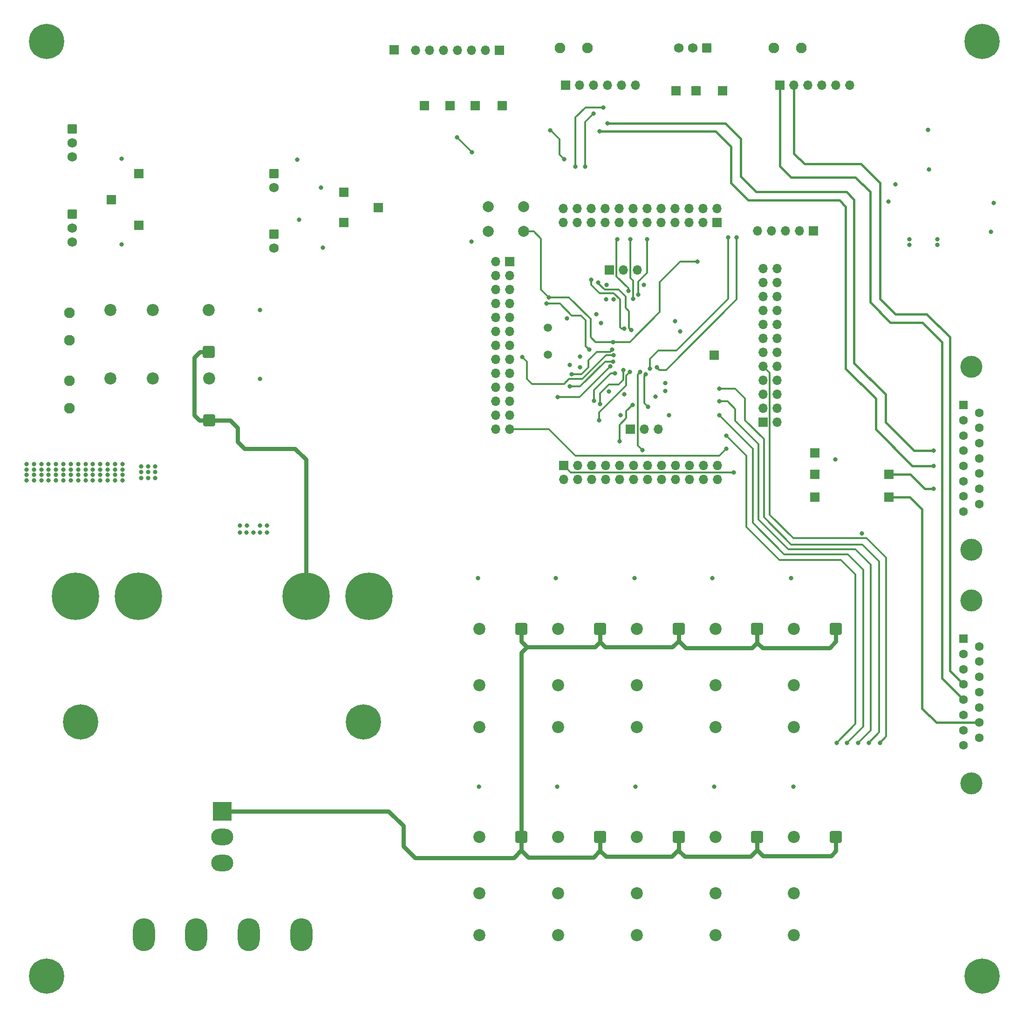
<source format=gbr>
%TF.GenerationSoftware,KiCad,Pcbnew,8.0.7*%
%TF.CreationDate,2025-04-17T15:34:12+07:00*%
%TF.ProjectId,Tractor VCU,54726163-746f-4722-9056-43552e6b6963,rev?*%
%TF.SameCoordinates,Original*%
%TF.FileFunction,Copper,L4,Bot*%
%TF.FilePolarity,Positive*%
%FSLAX46Y46*%
G04 Gerber Fmt 4.6, Leading zero omitted, Abs format (unit mm)*
G04 Created by KiCad (PCBNEW 8.0.7) date 2025-04-17 15:34:12*
%MOMM*%
%LPD*%
G01*
G04 APERTURE LIST*
G04 Aperture macros list*
%AMRoundRect*
0 Rectangle with rounded corners*
0 $1 Rounding radius*
0 $2 $3 $4 $5 $6 $7 $8 $9 X,Y pos of 4 corners*
0 Add a 4 corners polygon primitive as box body*
4,1,4,$2,$3,$4,$5,$6,$7,$8,$9,$2,$3,0*
0 Add four circle primitives for the rounded corners*
1,1,$1+$1,$2,$3*
1,1,$1+$1,$4,$5*
1,1,$1+$1,$6,$7*
1,1,$1+$1,$8,$9*
0 Add four rect primitives between the rounded corners*
20,1,$1+$1,$2,$3,$4,$5,0*
20,1,$1+$1,$4,$5,$6,$7,0*
20,1,$1+$1,$6,$7,$8,$9,0*
20,1,$1+$1,$8,$9,$2,$3,0*%
G04 Aperture macros list end*
%TA.AperFunction,ComponentPad*%
%ADD10RoundRect,0.341000X-0.759000X0.759000X-0.759000X-0.759000X0.759000X-0.759000X0.759000X0.759000X0*%
%TD*%
%TA.AperFunction,ComponentPad*%
%ADD11C,2.200000*%
%TD*%
%TA.AperFunction,ComponentPad*%
%ADD12R,1.700000X1.700000*%
%TD*%
%TA.AperFunction,ComponentPad*%
%ADD13C,0.800000*%
%TD*%
%TA.AperFunction,ComponentPad*%
%ADD14C,6.400000*%
%TD*%
%TA.AperFunction,ComponentPad*%
%ADD15C,1.950000*%
%TD*%
%TA.AperFunction,ComponentPad*%
%ADD16O,1.700000X1.700000*%
%TD*%
%TA.AperFunction,ComponentPad*%
%ADD17C,4.000000*%
%TD*%
%TA.AperFunction,ComponentPad*%
%ADD18R,1.600000X1.600000*%
%TD*%
%TA.AperFunction,ComponentPad*%
%ADD19C,1.600000*%
%TD*%
%TA.AperFunction,ComponentPad*%
%ADD20C,4.700000*%
%TD*%
%TA.AperFunction,ConnectorPad*%
%ADD21C,8.600000*%
%TD*%
%TA.AperFunction,ComponentPad*%
%ADD22RoundRect,0.341000X0.759000X0.759000X-0.759000X0.759000X-0.759000X-0.759000X0.759000X-0.759000X0*%
%TD*%
%TA.AperFunction,ComponentPad*%
%ADD23O,4.000000X6.000000*%
%TD*%
%TA.AperFunction,ComponentPad*%
%ADD24RoundRect,0.250000X-0.620000X0.620000X-0.620000X-0.620000X0.620000X-0.620000X0.620000X0.620000X0*%
%TD*%
%TA.AperFunction,ComponentPad*%
%ADD25C,1.740000*%
%TD*%
%TA.AperFunction,ComponentPad*%
%ADD26C,1.500000*%
%TD*%
%TA.AperFunction,ComponentPad*%
%ADD27C,2.000000*%
%TD*%
%TA.AperFunction,ComponentPad*%
%ADD28C,3.600000*%
%TD*%
%TA.AperFunction,ConnectorPad*%
%ADD29C,6.400000*%
%TD*%
%TA.AperFunction,ComponentPad*%
%ADD30RoundRect,0.250000X0.620000X0.620000X-0.620000X0.620000X-0.620000X-0.620000X0.620000X-0.620000X0*%
%TD*%
%TA.AperFunction,ComponentPad*%
%ADD31R,3.400000X3.400000*%
%TD*%
%TA.AperFunction,ComponentPad*%
%ADD32O,4.000000X3.000000*%
%TD*%
%TA.AperFunction,ViaPad*%
%ADD33C,0.800000*%
%TD*%
%TA.AperFunction,Conductor*%
%ADD34C,0.300000*%
%TD*%
%TA.AperFunction,Conductor*%
%ADD35C,0.800000*%
%TD*%
%TA.AperFunction,Conductor*%
%ADD36C,0.400000*%
%TD*%
G04 APERTURE END LIST*
D10*
%TO.P,K10,8*%
%TO.N,+12V*%
X255285000Y-208271574D03*
D11*
%TO.P,K10,9*%
%TO.N,Net-(D13-A)*%
X247685000Y-208271574D03*
%TO.P,K10,13*%
%TO.N,/DRIVER & CONNECTOR/DRIVER_PUMP5*%
X247685000Y-218471574D03*
%TO.P,K10,16*%
%TO.N,PUMP_DRIVER*%
X247685000Y-226171574D03*
%TD*%
D12*
%TO.P,TP12,1,1*%
%TO.N,/DRIVER & CONNECTOR/DAC2_OUT*%
X251460000Y-146431000D03*
%TD*%
D10*
%TO.P,K8,8*%
%TO.N,+12V*%
X226710000Y-208272000D03*
D11*
%TO.P,K8,9*%
%TO.N,Net-(D11-A)*%
X219110000Y-208272000D03*
%TO.P,K8,13*%
%TO.N,/DRIVER & CONNECTOR/DRIVER_PUMP3*%
X219110000Y-218472000D03*
%TO.P,K8,16*%
%TO.N,PUMP_DRIVER*%
X219110000Y-226172000D03*
%TD*%
D10*
%TO.P,K5,8*%
%TO.N,+12V*%
X255285000Y-170426000D03*
D11*
%TO.P,K5,9*%
%TO.N,Net-(D8-A)*%
X247685000Y-170426000D03*
%TO.P,K5,13*%
%TO.N,/DRIVER & CONNECTOR/DRIVER_MAIN5*%
X247685000Y-180626000D03*
%TO.P,K5,16*%
%TO.N,MAIN_DRIVER*%
X247685000Y-188326000D03*
%TD*%
D10*
%TO.P,K6,8*%
%TO.N,+12V*%
X198135000Y-208272000D03*
D11*
%TO.P,K6,9*%
%TO.N,Net-(D9-A)*%
X190535000Y-208272000D03*
%TO.P,K6,13*%
%TO.N,/DRIVER & CONNECTOR/DRIVER_PUMP1*%
X190535000Y-218472000D03*
%TO.P,K6,16*%
%TO.N,/POWER SUPPLY/72V*%
X190535000Y-226172000D03*
%TD*%
D13*
%TO.P,H6,1,1*%
%TO.N,unconnected-(H6-Pad1)_3*%
X109450000Y-233590000D03*
%TO.N,unconnected-(H6-Pad1)_2*%
X110152944Y-231892944D03*
%TO.N,unconnected-(H6-Pad1)_5*%
X110152944Y-235287056D03*
%TO.N,unconnected-(H6-Pad1)_7*%
X111850000Y-231190000D03*
D14*
%TO.N,unconnected-(H6-Pad1)_8*%
X111850000Y-233590000D03*
D13*
%TO.N,unconnected-(H6-Pad1)_4*%
X111850000Y-235990000D03*
%TO.N,unconnected-(H6-Pad1)_6*%
X113547056Y-231892944D03*
%TO.N,unconnected-(H6-Pad1)*%
X113547056Y-235287056D03*
%TO.N,unconnected-(H6-Pad1)_1*%
X114250000Y-233590000D03*
%TD*%
D12*
%TO.P,TP22,1,1*%
%TO.N,GND*%
X172106041Y-93787210D03*
%TD*%
D15*
%TO.P,J16,1,Pin_1*%
%TO.N,CAN2_N*%
X244007000Y-64766000D03*
%TO.P,J16,2,Pin_2*%
%TO.N,CAN2_P*%
X249007000Y-64766000D03*
%TD*%
D12*
%TO.P,TP14,1,1*%
%TO.N,PUMP_THROTTLE*%
X264922000Y-146431000D03*
%TD*%
D13*
%TO.P,H5,1,1*%
%TO.N,unconnected-(H5-Pad1)_5*%
X109450000Y-63590000D03*
%TO.N,unconnected-(H5-Pad1)_8*%
X110152944Y-61892944D03*
%TO.N,unconnected-(H5-Pad1)_1*%
X110152944Y-65287056D03*
%TO.N,unconnected-(H5-Pad1)*%
X111850000Y-61190000D03*
D14*
%TO.N,unconnected-(H5-Pad1)_2*%
X111850000Y-63590000D03*
D13*
%TO.N,unconnected-(H5-Pad1)_6*%
X111850000Y-65990000D03*
%TO.N,unconnected-(H5-Pad1)_3*%
X113547056Y-61892944D03*
%TO.N,unconnected-(H5-Pad1)_4*%
X113547056Y-65287056D03*
%TO.N,unconnected-(H5-Pad1)_7*%
X114250000Y-63590000D03*
%TD*%
D12*
%TO.P,TP8,1,1*%
%TO.N,/DRIVER & CONNECTOR/SPI1_MISO*%
X180467000Y-75242000D03*
%TD*%
%TO.P,J17,1,Pin_1*%
%TO.N,unconnected-(J17-Pin_1-Pad1)*%
X194163000Y-65151000D03*
D16*
%TO.P,J17,2,Pin_2*%
%TO.N,/DRIVER & CONNECTOR/SPI1_CS*%
X191623000Y-65151000D03*
%TO.P,J17,3,Pin_3*%
%TO.N,/DRIVER & CONNECTOR/SPI1_SCK*%
X189083000Y-65151000D03*
%TO.P,J17,4,Pin_4*%
%TO.N,/DRIVER & CONNECTOR/SPI1_MOSI*%
X186543000Y-65151000D03*
%TO.P,J17,5,Pin_5*%
%TO.N,/DRIVER & CONNECTOR/SPI1_MISO*%
X184003000Y-65151000D03*
%TO.P,J17,6,Pin_6*%
%TO.N,+5V*%
X181463000Y-65151000D03*
%TO.P,J17,7,Pin_7*%
%TO.N,GND*%
X178923000Y-65151000D03*
%TD*%
D17*
%TO.P,J9,0,PAD*%
%TO.N,GND*%
X279885000Y-156053000D03*
X279885000Y-122753000D03*
D18*
%TO.P,J9,1,1*%
%TO.N,MAIN_DGND*%
X278465000Y-129708000D03*
D19*
%TO.P,J9,2,2*%
%TO.N,unconnected-(J9-Pad2)*%
X278465000Y-132478000D03*
%TO.P,J9,3,3*%
%TO.N,/DRIVER & CONNECTOR/DRIVER_MAIN1*%
X278465000Y-135248000D03*
%TO.P,J9,4,4*%
%TO.N,CAN1_P*%
X278465000Y-138018000D03*
%TO.P,J9,5,5*%
%TO.N,CAN1_N*%
X278465000Y-140788000D03*
%TO.P,J9,6,6*%
%TO.N,/DRIVER & CONNECTOR/DRIVER_MAIN5*%
X278465000Y-143558000D03*
%TO.P,J9,7,7*%
%TO.N,unconnected-(J9-Pad7)*%
X278465000Y-146328000D03*
%TO.P,J9,8,8*%
%TO.N,MAIN_DRIVER*%
X278465000Y-149098000D03*
%TO.P,J9,9,P9*%
%TO.N,MAIN_DGND*%
X281305000Y-131093000D03*
%TO.P,J9,10,P10*%
%TO.N,MAIN_TGND*%
X281305000Y-133863000D03*
%TO.P,J9,11,P111*%
%TO.N,/DRIVER & CONNECTOR/DRIVER_MAIN2*%
X281305000Y-136633000D03*
%TO.P,J9,12,P12*%
%TO.N,/DRIVER & CONNECTOR/DRIVER_MAIN3*%
X281305000Y-139403000D03*
%TO.P,J9,13,P13*%
%TO.N,/DRIVER & CONNECTOR/DRIVER_MAIN4*%
X281305000Y-142173000D03*
%TO.P,J9,14,P14*%
%TO.N,MAIN_THROTTLE*%
X281305000Y-144943000D03*
%TO.P,J9,15,P15*%
%TO.N,MAIN_DRIVER*%
X281305000Y-147713000D03*
%TD*%
D12*
%TO.P,J6,1,Pin_1*%
%TO.N,PA15*%
X233680000Y-96520000D03*
D16*
%TO.P,J6,2,Pin_2*%
%TO.N,+3V3*%
X233680000Y-93980000D03*
%TO.P,J6,3,Pin_3*%
%TO.N,/DRIVER & CONNECTOR/USART3_TX*%
X231140000Y-96520000D03*
%TO.P,J6,4,Pin_4*%
%TO.N,+3V3*%
X231140000Y-93980000D03*
%TO.P,J6,5,Pin_5*%
%TO.N,/DRIVER & CONNECTOR/USART3_RX*%
X228600000Y-96520000D03*
%TO.P,J6,6,Pin_6*%
%TO.N,+3V3*%
X228600000Y-93980000D03*
%TO.P,J6,7,Pin_7*%
%TO.N,PC12*%
X226060000Y-96520000D03*
%TO.P,J6,8,Pin_8*%
%TO.N,+3V3*%
X226060000Y-93980000D03*
%TO.P,J6,9,Pin_9*%
%TO.N,PD2*%
X223520000Y-96520000D03*
%TO.P,J6,10,Pin_10*%
%TO.N,+3V3*%
X223520000Y-93980000D03*
%TO.P,J6,11,Pin_11*%
%TO.N,/DRIVER & CONNECTOR/SPI1_SCK*%
X220980000Y-96520000D03*
%TO.P,J6,12,Pin_12*%
%TO.N,+3V3*%
X220980000Y-93980000D03*
%TO.P,J6,13,Pin_13*%
%TO.N,/DRIVER & CONNECTOR/SPI1_MISO*%
X218440000Y-96520000D03*
%TO.P,J6,14,Pin_14*%
%TO.N,GND*%
X218440000Y-93980000D03*
%TO.P,J6,15,Pin_15*%
%TO.N,/DRIVER & CONNECTOR/SPI1_MOSI*%
X215900000Y-96520000D03*
%TO.P,J6,16,Pin_16*%
%TO.N,GND*%
X215900000Y-93980000D03*
%TO.P,J6,17,Pin_17*%
%TO.N,/DRIVER & CONNECTOR/SPI1_CS*%
X213360000Y-96520000D03*
%TO.P,J6,18,Pin_18*%
%TO.N,GND*%
X213360000Y-93980000D03*
%TO.P,J6,19,Pin_19*%
%TO.N,PB7*%
X210820000Y-96520000D03*
%TO.P,J6,20,Pin_20*%
%TO.N,GND*%
X210820000Y-93980000D03*
%TO.P,J6,21,Pin_21*%
%TO.N,/STM32/PB8*%
X208280000Y-96520000D03*
%TO.P,J6,22,Pin_22*%
%TO.N,GND*%
X208280000Y-93980000D03*
%TO.P,J6,23,Pin_23*%
%TO.N,/STM32/PB9*%
X205740000Y-96520000D03*
%TO.P,J6,24,Pin_24*%
%TO.N,GND*%
X205740000Y-93980000D03*
%TD*%
D10*
%TO.P,K4,8*%
%TO.N,+12V*%
X240997500Y-170426000D03*
D11*
%TO.P,K4,9*%
%TO.N,Net-(D7-A)*%
X233397500Y-170426000D03*
%TO.P,K4,13*%
%TO.N,/DRIVER & CONNECTOR/DRIVER_MAIN4*%
X233397500Y-180626000D03*
%TO.P,K4,16*%
%TO.N,MAIN_DRIVER*%
X233397500Y-188326000D03*
%TD*%
D12*
%TO.P,TP23,1,1*%
%TO.N,GND*%
X251460000Y-138430000D03*
%TD*%
%TO.P,TP5,1,1*%
%TO.N,/DRIVER & CONNECTOR/SPI1_CS*%
X194602442Y-75242000D03*
%TD*%
D20*
%TO.P,MP2,1,1*%
%TO.N,+12V*%
X158958000Y-164465000D03*
D21*
X158958000Y-164465000D03*
%TD*%
D15*
%TO.P,J15,1,Pin_1*%
%TO.N,CAN1_N*%
X205145000Y-64766000D03*
%TO.P,J15,2,Pin_2*%
%TO.N,CAN1_P*%
X210145000Y-64766000D03*
%TD*%
D12*
%TO.P,JP1,1,Pin_1*%
%TO.N,Net-(JP1-Pin_1)*%
X214122000Y-105156000D03*
D16*
%TO.P,JP1,2,Pin_2*%
%TO.N,/STM32/BOOT0*%
X216662000Y-105156000D03*
%TO.P,JP1,3,Pin_3*%
%TO.N,Net-(JP1-Pin_3)*%
X219202000Y-105156000D03*
%TD*%
D12*
%TO.P,TP13,1,1*%
%TO.N,MAIN_THROTTLE*%
X264922000Y-142279000D03*
%TD*%
D22*
%TO.P,K12,8*%
%TO.N,+12V*%
X141359000Y-132476000D03*
D11*
%TO.P,K12,9*%
%TO.N,Net-(D15-A)*%
X141359000Y-124876000D03*
%TO.P,K12,13*%
%TO.N,/RELAY/NO_EX2*%
X131159000Y-124876000D03*
%TO.P,K12,16*%
%TO.N,/RELAY/COM_EX2*%
X123459000Y-124876000D03*
%TD*%
D23*
%TO.P,J21,1,Pin_1*%
%TO.N,Net-(J21-Pin_1)*%
X129512000Y-226060000D03*
%TO.P,J21,2,Pin_2*%
%TO.N,GND*%
X139042000Y-226060000D03*
%TO.P,J21,3,Pin_3*%
X148582000Y-226060000D03*
%TO.P,J21,4,Pin_4*%
%TO.N,Net-(J21-Pin_4)*%
X158112000Y-226060000D03*
%TD*%
D24*
%TO.P,J19,1,Pin_1*%
%TO.N,+5V*%
X116459000Y-79478498D03*
D25*
%TO.P,J19,2,Pin_2*%
%TO.N,Net-(J19-Pin_2)*%
X116459000Y-82018498D03*
%TO.P,J19,3,Pin_3*%
%TO.N,GND*%
X116459000Y-84558498D03*
%TD*%
D24*
%TO.P,J12,1,Pin_1*%
%TO.N,/DRIVER & CONNECTOR/BRAKE2_SWITCH*%
X153150000Y-98630002D03*
D25*
%TO.P,J12,2,Pin_2*%
%TO.N,GND*%
X153150000Y-101170002D03*
%TD*%
D12*
%TO.P,TP6,1,1*%
%TO.N,/DRIVER & CONNECTOR/SPI1_SCK*%
X189763628Y-75242000D03*
%TD*%
D10*
%TO.P,K3,8*%
%TO.N,+12V*%
X226710000Y-170426000D03*
D11*
%TO.P,K3,9*%
%TO.N,Net-(D6-A)*%
X219110000Y-170426000D03*
%TO.P,K3,13*%
%TO.N,/DRIVER & CONNECTOR/DRIVER_MAIN3*%
X219110000Y-180626000D03*
%TO.P,K3,16*%
%TO.N,MAIN_DRIVER*%
X219110000Y-188326000D03*
%TD*%
D24*
%TO.P,J11,1,Pin_1*%
%TO.N,/DRIVER & CONNECTOR/BRAKE1_SWITCH*%
X153150000Y-87630000D03*
D25*
%TO.P,J11,2,Pin_2*%
%TO.N,GND*%
X153150000Y-90170000D03*
%TD*%
D10*
%TO.P,K2,8*%
%TO.N,+12V*%
X212422500Y-170426000D03*
D11*
%TO.P,K2,9*%
%TO.N,Net-(D5-A)*%
X204822500Y-170426000D03*
%TO.P,K2,13*%
%TO.N,/DRIVER & CONNECTOR/DRIVER_MAIN2*%
X204822500Y-180626000D03*
%TO.P,K2,16*%
%TO.N,MAIN_DRIVER*%
X204822500Y-188326000D03*
%TD*%
D26*
%TO.P,Y1,1,1*%
%TO.N,Net-(U2-PH1)*%
X202946000Y-120560000D03*
%TO.P,Y1,2,2*%
%TO.N,Net-(U2-PH0)*%
X202946000Y-115680000D03*
%TD*%
D12*
%TO.P,TP10,1,1*%
%TO.N,/DRIVER & CONNECTOR/USART3_RX*%
X226187000Y-72547000D03*
%TD*%
D27*
%TO.P,SW1,1,A*%
%TO.N,GND*%
X192076000Y-93635000D03*
X198576000Y-93635000D03*
%TO.P,SW1,2,B*%
%TO.N,NRST*%
X192076000Y-98135000D03*
X198576000Y-98135000D03*
%TD*%
D28*
%TO.P,H1,1,1*%
%TO.N,GND*%
X118017999Y-187325000D03*
D29*
X118017999Y-187325000D03*
%TD*%
D12*
%TO.P,TP9,1,1*%
%TO.N,/DRIVER & CONNECTOR/USART3_TX*%
X229870000Y-72547000D03*
%TD*%
%TO.P,J3,1,Pin_1*%
%TO.N,PC13*%
X195961000Y-103647000D03*
D16*
%TO.P,J3,2,Pin_2*%
%TO.N,+3V3*%
X193421000Y-103647000D03*
%TO.P,J3,3,Pin_3*%
%TO.N,PC14*%
X195961000Y-106187000D03*
%TO.P,J3,4,Pin_4*%
%TO.N,+3V3*%
X193421000Y-106187000D03*
%TO.P,J3,5,Pin_5*%
%TO.N,PC15*%
X195961000Y-108727000D03*
%TO.P,J3,6,Pin_6*%
%TO.N,+3V3*%
X193421000Y-108727000D03*
%TO.P,J3,7,Pin_7*%
%TO.N,NRST*%
X195961000Y-111267000D03*
%TO.P,J3,8,Pin_8*%
%TO.N,+3V3*%
X193421000Y-111267000D03*
%TO.P,J3,9,Pin_9*%
%TO.N,/DRIVER & CONNECTOR/BRAKE1_IN*%
X195961000Y-113807000D03*
%TO.P,J3,10,Pin_10*%
%TO.N,+3V3*%
X193421000Y-113807000D03*
%TO.P,J3,11,Pin_11*%
%TO.N,/DRIVER & CONNECTOR/BRAKE2_IN*%
X195961000Y-116347000D03*
%TO.P,J3,12,Pin_12*%
%TO.N,+3V3*%
X193421000Y-116347000D03*
%TO.P,J3,13,Pin_13*%
%TO.N,/DRIVER & CONNECTOR/ADC1_IN12*%
X195961000Y-118887000D03*
%TO.P,J3,14,Pin_14*%
%TO.N,GND*%
X193421000Y-118887000D03*
%TO.P,J3,15,Pin_15*%
%TO.N,/DRIVER & CONNECTOR/ADC1_IN13*%
X195961000Y-121427000D03*
%TO.P,J3,16,Pin_16*%
%TO.N,GND*%
X193421000Y-121427000D03*
%TO.P,J3,17,Pin_17*%
%TO.N,PA0*%
X195961000Y-123967000D03*
%TO.P,J3,18,Pin_18*%
%TO.N,GND*%
X193421000Y-123967000D03*
%TO.P,J3,19,Pin_19*%
%TO.N,/STM32/PA1*%
X195961000Y-126507000D03*
%TO.P,J3,20,Pin_20*%
%TO.N,GND*%
X193421000Y-126507000D03*
%TO.P,J3,21,Pin_21*%
%TO.N,/STM32/PA2*%
X195961000Y-129047000D03*
%TO.P,J3,22,Pin_22*%
%TO.N,GND*%
X193421000Y-129047000D03*
%TO.P,J3,23,Pin_23*%
%TO.N,PA3*%
X195961000Y-131587000D03*
%TO.P,J3,24,Pin_24*%
%TO.N,GND*%
X193421000Y-131587000D03*
%TO.P,J3,25,Pin_25*%
%TO.N,/DRIVER & CONNECTOR/DAC1_OUT*%
X195961000Y-134127000D03*
%TO.P,J3,26,Pin_26*%
%TO.N,GND*%
X193421000Y-134127000D03*
%TD*%
D20*
%TO.P,MP3,1,1*%
%TO.N,5_BUCK*%
X128478000Y-164465000D03*
D21*
X128478000Y-164465000D03*
%TD*%
D24*
%TO.P,J20,1,Pin_1*%
%TO.N,+5V*%
X116459000Y-94996000D03*
D25*
%TO.P,J20,2,Pin_2*%
%TO.N,Net-(J20-Pin_2)*%
X116459000Y-97536000D03*
%TO.P,J20,3,Pin_3*%
%TO.N,GND*%
X116459000Y-100076000D03*
%TD*%
D12*
%TO.P,TP16,1,1*%
%TO.N,/DRIVER & CONNECTOR/ADC1_IN13*%
X128631599Y-97051499D03*
%TD*%
%TO.P,J2,1,Pin_1*%
%TO.N,+3V3*%
X251205999Y-98044000D03*
D16*
%TO.P,J2,2,Pin_2*%
%TO.N,PA13*%
X248665999Y-98044000D03*
%TO.P,J2,3,Pin_3*%
%TO.N,PA14*%
X246125999Y-98044000D03*
%TO.P,J2,4,Pin_4*%
%TO.N,NRST*%
X243585999Y-98044000D03*
%TO.P,J2,5,Pin_5*%
%TO.N,GND*%
X241045999Y-98044000D03*
%TD*%
D20*
%TO.P,MP4,1,1*%
%TO.N,GND*%
X117048000Y-164465000D03*
D21*
X117048000Y-164465000D03*
%TD*%
D12*
%TO.P,J14,1,Pin_1*%
%TO.N,CAN2_N*%
X245105000Y-71553500D03*
D16*
%TO.P,J14,2,Pin_2*%
%TO.N,CAN2_P*%
X247645000Y-71553500D03*
%TO.P,J14,3,Pin_3*%
%TO.N,/STM32/PB12*%
X250185000Y-71553500D03*
%TO.P,J14,4,Pin_4*%
%TO.N,/STM32/PB13*%
X252725000Y-71553500D03*
%TO.P,J14,5,Pin_5*%
%TO.N,GND*%
X255265000Y-71553500D03*
%TO.P,J14,6,Pin_6*%
%TO.N,+5V*%
X257805000Y-71553500D03*
%TD*%
D12*
%TO.P,TP15,1,1*%
%TO.N,/DRIVER & CONNECTOR/ADC1_IN12*%
X128631599Y-87573006D03*
%TD*%
D20*
%TO.P,MP1,1,1*%
%TO.N,GND*%
X170388000Y-164464998D03*
D21*
X170388000Y-164464998D03*
%TD*%
D12*
%TO.P,TP18,1,1*%
%TO.N,/DRIVER & CONNECTOR/BRAKE2_IN*%
X165850000Y-96520001D03*
%TD*%
D22*
%TO.P,K11,8*%
%TO.N,+12V*%
X141338000Y-120030000D03*
D11*
%TO.P,K11,9*%
%TO.N,Net-(D14-A)*%
X141338000Y-112430000D03*
%TO.P,K11,13*%
%TO.N,/RELAY/NO_EX1*%
X131138000Y-112430000D03*
%TO.P,K11,16*%
%TO.N,/RELAY/COM_EX1*%
X123438000Y-112430000D03*
%TD*%
D30*
%TO.P,J18,1,Pin_1*%
%TO.N,GND*%
X231775000Y-64770000D03*
D25*
%TO.P,J18,2,Pin_2*%
%TO.N,/DRIVER & CONNECTOR/USART3_TX*%
X229235000Y-64770000D03*
%TO.P,J18,3,Pin_3*%
%TO.N,/DRIVER & CONNECTOR/USART3_RX*%
X226695000Y-64770000D03*
%TD*%
D17*
%TO.P,J10,0,PAD*%
%TO.N,GND*%
X279900331Y-198567000D03*
X279900331Y-165267000D03*
D18*
%TO.P,J10,1,1*%
%TO.N,PUMP_DGND*%
X278480331Y-172222000D03*
D19*
%TO.P,J10,2,2*%
%TO.N,unconnected-(J10-Pad2)*%
X278480331Y-174992000D03*
%TO.P,J10,3,3*%
%TO.N,/DRIVER & CONNECTOR/DRIVER_PUMP1*%
X278480331Y-177762000D03*
%TO.P,J10,4,4*%
%TO.N,CAN2_P*%
X278480331Y-180532000D03*
%TO.P,J10,5,5*%
%TO.N,CAN2_N*%
X278480331Y-183302000D03*
%TO.P,J10,6,6*%
%TO.N,/DRIVER & CONNECTOR/DRIVER_PUMP5*%
X278480331Y-186072000D03*
%TO.P,J10,7,7*%
%TO.N,unconnected-(J10-Pad7)*%
X278480331Y-188842000D03*
%TO.P,J10,8,8*%
%TO.N,PUMP_DRIVER*%
X278480331Y-191612000D03*
%TO.P,J10,9,P9*%
%TO.N,PUMP_DGND*%
X281320331Y-173607000D03*
%TO.P,J10,10,P10*%
%TO.N,PUMP_TGND*%
X281320331Y-176377000D03*
%TO.P,J10,11,P111*%
%TO.N,/DRIVER & CONNECTOR/DRIVER_PUMP2*%
X281320331Y-179147000D03*
%TO.P,J10,12,P12*%
%TO.N,/DRIVER & CONNECTOR/DRIVER_PUMP3*%
X281320331Y-181917000D03*
%TO.P,J10,13,P13*%
%TO.N,/DRIVER & CONNECTOR/DRIVER_PUMP4*%
X281320331Y-184687000D03*
%TO.P,J10,14,P14*%
%TO.N,PUMP_THROTTLE*%
X281320331Y-187457000D03*
%TO.P,J10,15,P15*%
%TO.N,PUMP_DRIVER*%
X281320331Y-190227000D03*
%TD*%
D10*
%TO.P,K1,8*%
%TO.N,+12V*%
X198135000Y-170426000D03*
D11*
%TO.P,K1,9*%
%TO.N,Net-(D4-A)*%
X190535000Y-170426000D03*
%TO.P,K1,13*%
%TO.N,/DRIVER & CONNECTOR/DRIVER_MAIN1*%
X190535000Y-180626000D03*
%TO.P,K1,16*%
%TO.N,/POWER SUPPLY/72V*%
X190535000Y-188326000D03*
%TD*%
D28*
%TO.P,H2,1,1*%
%TO.N,GND*%
X169418000Y-187325000D03*
D29*
X169418000Y-187325000D03*
%TD*%
D13*
%TO.P,H3,1,1*%
%TO.N,unconnected-(H3-Pad1)_2*%
X279450000Y-233590000D03*
%TO.N,unconnected-(H3-Pad1)*%
X280152944Y-231892944D03*
%TO.N,unconnected-(H3-Pad1)_7*%
X280152944Y-235287056D03*
%TO.N,unconnected-(H3-Pad1)_6*%
X281850000Y-231190000D03*
D14*
%TO.N,unconnected-(H3-Pad1)_8*%
X281850000Y-233590000D03*
D13*
%TO.N,unconnected-(H3-Pad1)_1*%
X281850000Y-235990000D03*
%TO.N,unconnected-(H3-Pad1)_4*%
X283547056Y-231892944D03*
%TO.N,unconnected-(H3-Pad1)_3*%
X283547056Y-235287056D03*
%TO.N,unconnected-(H3-Pad1)_5*%
X284250000Y-233590000D03*
%TD*%
D12*
%TO.P,TP7,1,1*%
%TO.N,/DRIVER & CONNECTOR/SPI1_MOSI*%
X185166000Y-75242000D03*
%TD*%
%TO.P,TP17,1,1*%
%TO.N,/DRIVER & CONNECTOR/BRAKE1_IN*%
X165850000Y-91010003D03*
%TD*%
D10*
%TO.P,K9,8*%
%TO.N,+12V*%
X240997500Y-208272000D03*
D11*
%TO.P,K9,9*%
%TO.N,Net-(D12-A)*%
X233397500Y-208272000D03*
%TO.P,K9,13*%
%TO.N,/DRIVER & CONNECTOR/DRIVER_PUMP4*%
X233397500Y-218472000D03*
%TO.P,K9,16*%
%TO.N,PUMP_DRIVER*%
X233397500Y-226172000D03*
%TD*%
D12*
%TO.P,TP20,1,1*%
%TO.N,GND*%
X175006000Y-65126000D03*
%TD*%
%TO.P,J13,1,Pin_1*%
%TO.N,CAN1_N*%
X206121000Y-71553500D03*
D16*
%TO.P,J13,2,Pin_2*%
%TO.N,CAN1_P*%
X208661000Y-71553500D03*
%TO.P,J13,3,Pin_3*%
%TO.N,/STM32/PB8*%
X211201000Y-71553500D03*
%TO.P,J13,4,Pin_4*%
%TO.N,/STM32/PB9*%
X213741000Y-71553500D03*
%TO.P,J13,5,Pin_5*%
%TO.N,GND*%
X216281000Y-71553500D03*
%TO.P,J13,6,Pin_6*%
%TO.N,+5V*%
X218821000Y-71553500D03*
%TD*%
D12*
%TO.P,JP2,1,Pin_1*%
%TO.N,Net-(JP2-Pin_1)*%
X217909500Y-134112000D03*
D16*
%TO.P,JP2,2,Pin_2*%
%TO.N,PB2*%
X220449500Y-134112000D03*
%TO.P,JP2,3,Pin_3*%
%TO.N,Net-(JP2-Pin_3)*%
X222989500Y-134112000D03*
%TD*%
D31*
%TO.P,SW2,1,A*%
%TO.N,+12V*%
X143764000Y-203580000D03*
D32*
%TO.P,SW2,2,B*%
%TO.N,Net-(SW2-B)*%
X143764000Y-208280000D03*
%TO.P,SW2,3,C*%
%TO.N,unconnected-(SW2-C-Pad3)*%
X143764000Y-212980000D03*
%TD*%
D15*
%TO.P,J7,1,Pin_1*%
%TO.N,/RELAY/NO_EX1*%
X115951000Y-117903000D03*
%TO.P,J7,2,Pin_2*%
%TO.N,/RELAY/COM_EX1*%
X115951000Y-112903000D03*
%TD*%
D13*
%TO.P,H4,1,1*%
%TO.N,unconnected-(H4-Pad1)_8*%
X279450000Y-63590000D03*
%TO.N,unconnected-(H4-Pad1)_6*%
X280152944Y-61892944D03*
%TO.N,unconnected-(H4-Pad1)*%
X280152944Y-65287056D03*
%TO.N,unconnected-(H4-Pad1)_4*%
X281850000Y-61190000D03*
D14*
%TO.N,unconnected-(H4-Pad1)_3*%
X281850000Y-63590000D03*
D13*
%TO.N,unconnected-(H4-Pad1)_1*%
X281850000Y-65990000D03*
%TO.N,unconnected-(H4-Pad1)_7*%
X283547056Y-61892944D03*
%TO.N,unconnected-(H4-Pad1)_5*%
X283547056Y-65287056D03*
%TO.N,unconnected-(H4-Pad1)_2*%
X284250000Y-63590000D03*
%TD*%
D10*
%TO.P,K7,8*%
%TO.N,+12V*%
X212422500Y-208272000D03*
D11*
%TO.P,K7,9*%
%TO.N,Net-(D10-A)*%
X204822500Y-208272000D03*
%TO.P,K7,13*%
%TO.N,/DRIVER & CONNECTOR/DRIVER_PUMP2*%
X204822500Y-218472000D03*
%TO.P,K7,16*%
%TO.N,PUMP_DRIVER*%
X204822500Y-226172000D03*
%TD*%
D15*
%TO.P,J8,1,Pin_1*%
%TO.N,/RELAY/NO_EX2*%
X115951000Y-130266500D03*
%TO.P,J8,2,Pin_2*%
%TO.N,/RELAY/COM_EX2*%
X115951000Y-125266500D03*
%TD*%
D12*
%TO.P,TP21,1,1*%
%TO.N,GND*%
X234696000Y-72547000D03*
%TD*%
%TO.P,J4,1,Pin_1*%
%TO.N,/DRIVER & CONNECTOR/DAC2_OUT*%
X205780000Y-140716000D03*
D16*
%TO.P,J4,2,Pin_2*%
%TO.N,+5V*%
X205780000Y-143256000D03*
%TO.P,J4,3,Pin_3*%
%TO.N,PA6*%
X208320000Y-140716000D03*
%TO.P,J4,4,Pin_4*%
%TO.N,+5V*%
X208320000Y-143256000D03*
%TO.P,J4,5,Pin_5*%
%TO.N,/STM32/PA7*%
X210860000Y-140716000D03*
%TO.P,J4,6,Pin_6*%
%TO.N,+5V*%
X210860000Y-143256000D03*
%TO.P,J4,7,Pin_7*%
%TO.N,/STM32/PC4*%
X213400000Y-140716000D03*
%TO.P,J4,8,Pin_8*%
%TO.N,+5V*%
X213400000Y-143256000D03*
%TO.P,J4,9,Pin_9*%
%TO.N,/STM32/PC5*%
X215940000Y-140716000D03*
%TO.P,J4,10,Pin_10*%
%TO.N,+5V*%
X215940000Y-143256000D03*
%TO.P,J4,11,Pin_11*%
%TO.N,/STM32/PB0*%
X218480000Y-140716000D03*
%TO.P,J4,12,Pin_12*%
%TO.N,+5V*%
X218480000Y-143256000D03*
%TO.P,J4,13,Pin_13*%
%TO.N,/STM32/PB1*%
X221020000Y-140716000D03*
%TO.P,J4,14,Pin_14*%
%TO.N,GND*%
X221020000Y-143256000D03*
%TO.P,J4,15,Pin_15*%
%TO.N,PB2*%
X223560000Y-140716000D03*
%TO.P,J4,16,Pin_16*%
%TO.N,GND*%
X223560000Y-143256000D03*
%TO.P,J4,17,Pin_17*%
%TO.N,PB10*%
X226100000Y-140716000D03*
%TO.P,J4,18,Pin_18*%
%TO.N,GND*%
X226100000Y-143256000D03*
%TO.P,J4,19,Pin_19*%
%TO.N,/STM32/PB12*%
X228640000Y-140716000D03*
%TO.P,J4,20,Pin_20*%
%TO.N,GND*%
X228640000Y-143256000D03*
%TO.P,J4,21,Pin_21*%
%TO.N,/STM32/PB13*%
X231180000Y-140716000D03*
%TO.P,J4,22,Pin_22*%
%TO.N,GND*%
X231180000Y-143256000D03*
%TO.P,J4,23,Pin_23*%
%TO.N,PB14*%
X233720000Y-140716000D03*
%TO.P,J4,24,Pin_24*%
%TO.N,GND*%
X233720000Y-143256000D03*
%TD*%
D12*
%TO.P,TP11,1,1*%
%TO.N,/DRIVER & CONNECTOR/DAC1_OUT*%
X251460000Y-142279000D03*
%TD*%
%TO.P,TP19,1,1*%
%TO.N,GND*%
X123571000Y-92329000D03*
%TD*%
%TO.P,TP4,1,1*%
%TO.N,PA8*%
X233172000Y-120650000D03*
%TD*%
%TO.P,J5,1,Pin_1*%
%TO.N,/STM32/PB15*%
X242042000Y-132822000D03*
D16*
%TO.P,J5,2,Pin_2*%
%TO.N,+5V*%
X244582000Y-132822000D03*
%TO.P,J5,3,Pin_3*%
%TO.N,/STM32/PC6*%
X242042000Y-130282000D03*
%TO.P,J5,4,Pin_4*%
%TO.N,+5V*%
X244582000Y-130282000D03*
%TO.P,J5,5,Pin_5*%
%TO.N,/STM32/PC7*%
X242042000Y-127742000D03*
%TO.P,J5,6,Pin_6*%
%TO.N,+5V*%
X244582000Y-127742000D03*
%TO.P,J5,7,Pin_7*%
%TO.N,/STM32/PC8*%
X242042000Y-125202000D03*
%TO.P,J5,8,Pin_8*%
%TO.N,+5V*%
X244582000Y-125202000D03*
%TO.P,J5,9,Pin_9*%
%TO.N,/STM32/PC9*%
X242042000Y-122662000D03*
%TO.P,J5,10,Pin_10*%
%TO.N,+5V*%
X244582000Y-122662000D03*
%TO.P,J5,11,Pin_11*%
%TO.N,PA8*%
X242042000Y-120122000D03*
%TO.P,J5,12,Pin_12*%
%TO.N,+5V*%
X244582000Y-120122000D03*
%TO.P,J5,13,Pin_13*%
%TO.N,PA9*%
X242042000Y-117582000D03*
%TO.P,J5,14,Pin_14*%
%TO.N,GND*%
X244582000Y-117582000D03*
%TO.P,J5,15,Pin_15*%
%TO.N,PA10*%
X242042000Y-115042000D03*
%TO.P,J5,16,Pin_16*%
%TO.N,GND*%
X244582000Y-115042000D03*
%TO.P,J5,17,Pin_17*%
%TO.N,USB_D_N*%
X242042000Y-112502000D03*
%TO.P,J5,18,Pin_18*%
%TO.N,GND*%
X244582000Y-112502000D03*
%TO.P,J5,19,Pin_19*%
%TO.N,USB_D_P*%
X242042000Y-109962000D03*
%TO.P,J5,20,Pin_20*%
%TO.N,GND*%
X244582000Y-109962000D03*
%TO.P,J5,21,Pin_21*%
%TO.N,PA13*%
X242042000Y-107422000D03*
%TO.P,J5,22,Pin_22*%
%TO.N,GND*%
X244582000Y-107422000D03*
%TO.P,J5,23,Pin_23*%
%TO.N,PA14*%
X242042000Y-104882000D03*
%TO.P,J5,24,Pin_24*%
%TO.N,GND*%
X244582000Y-104882000D03*
%TD*%
D33*
%TO.N,GND*%
X109542384Y-142409332D03*
X117572688Y-141435666D03*
X114895920Y-143383000D03*
X108204000Y-142409332D03*
X114895920Y-141435666D03*
X113557536Y-143383000D03*
X124264608Y-142409332D03*
X108204000Y-140462000D03*
X110880768Y-140462000D03*
X264795000Y-92710000D03*
X109542384Y-140462000D03*
X211709000Y-113157000D03*
X113557536Y-141435666D03*
X116234304Y-142409332D03*
X224313980Y-127141312D03*
X120249456Y-141435666D03*
X110880768Y-142409332D03*
X109542384Y-141435666D03*
X122926224Y-141435666D03*
X124264608Y-143383000D03*
X247142000Y-161163000D03*
X108204000Y-143383000D03*
X204597000Y-199136000D03*
X116234304Y-141435666D03*
X190373000Y-199136000D03*
X120249456Y-143383000D03*
X218821000Y-199136000D03*
X233172000Y-199136000D03*
X208788000Y-120904000D03*
X204343000Y-161163000D03*
X232791000Y-161163000D03*
X125603000Y-141435666D03*
X116234304Y-143383000D03*
X108204000Y-141435666D03*
X117572688Y-142409332D03*
X120249456Y-140462000D03*
X110880768Y-143383000D03*
X255143000Y-139573000D03*
X206375000Y-113919000D03*
X114895920Y-142409332D03*
X117572688Y-140462000D03*
X118911072Y-140462000D03*
X112219152Y-143383000D03*
X113557536Y-142409332D03*
X190246000Y-161163000D03*
X122926224Y-142409332D03*
X259969000Y-153035000D03*
X118911072Y-143383000D03*
X125603000Y-142409332D03*
X272034000Y-79629000D03*
X220345000Y-107823000D03*
X272161000Y-86868000D03*
X118911072Y-142409332D03*
X122926224Y-143383000D03*
X117572688Y-143383000D03*
X161671000Y-90170000D03*
X121587840Y-143383000D03*
X121587840Y-142409332D03*
X114895920Y-140462000D03*
X222504000Y-128143000D03*
X150622000Y-112395000D03*
X150622000Y-124968000D03*
X125603000Y-143383000D03*
X124264608Y-141435666D03*
X118911072Y-141435666D03*
X120249456Y-142409332D03*
X283464000Y-98171000D03*
X206883000Y-122428000D03*
X273685000Y-99568000D03*
X122926224Y-140462000D03*
X121587840Y-141435666D03*
X226949000Y-116332000D03*
X113557536Y-140462000D03*
X116234304Y-140462000D03*
X112219152Y-140462000D03*
X218694000Y-161163000D03*
X224917000Y-131572000D03*
X112219152Y-142409332D03*
X125603000Y-140462000D03*
X125476000Y-100456999D03*
X283972000Y-92964000D03*
X109542384Y-143383000D03*
X247523000Y-199136000D03*
X268605000Y-99568000D03*
X268605000Y-100584000D03*
X124264608Y-140462000D03*
X162052000Y-101092000D03*
X214884000Y-110490000D03*
X121587840Y-140462000D03*
X110880768Y-141435666D03*
X273685000Y-100584000D03*
X213995000Y-127254000D03*
X125476000Y-84939500D03*
X112219152Y-141435666D03*
%TO.N,+3V3*%
X157734000Y-96012000D03*
X149415500Y-152908000D03*
X157353000Y-85090000D03*
X213487000Y-110490000D03*
X150653750Y-151638000D03*
X146939000Y-151638000D03*
X216154000Y-131572000D03*
X151892000Y-152908000D03*
X148177250Y-152908000D03*
X216789000Y-127762000D03*
X212598000Y-114808000D03*
X208788000Y-122809000D03*
X150653750Y-152908000D03*
X224282000Y-125730000D03*
X266065000Y-89535000D03*
X151892000Y-151638000D03*
X148209000Y-151638000D03*
X226060000Y-114427000D03*
X213614000Y-107823000D03*
X146939000Y-152908000D03*
X189051000Y-99949000D03*
%TO.N,NRST*%
X214757000Y-118237000D03*
X203073000Y-110109000D03*
X230124000Y-103632000D03*
%TO.N,+5V*%
X130302000Y-140843000D03*
X131572000Y-143002000D03*
X131572000Y-141922500D03*
X130302000Y-143002000D03*
X129032000Y-143002000D03*
X131572000Y-140843000D03*
X129032000Y-141922500D03*
X130302000Y-141922500D03*
X129032000Y-140843000D03*
%TO.N,/DRIVER & CONNECTOR/ADC1_IN12*%
X198323200Y-121005600D03*
X214884000Y-120650000D03*
%TO.N,/DRIVER & CONNECTOR/ADC1_IN13*%
X206883000Y-126350000D03*
X214757000Y-121793000D03*
%TO.N,/DRIVER & CONNECTOR/DAC1_OUT*%
X215138000Y-123952000D03*
X211328000Y-128905000D03*
X235331000Y-137668000D03*
%TO.N,/STM32/PA1*%
X214249000Y-122682000D03*
X204724000Y-128270000D03*
%TO.N,PA6*%
X217805000Y-123698000D03*
X212217000Y-132461000D03*
%TO.N,/STM32/PC5*%
X218313000Y-129667000D03*
X215940000Y-136271000D03*
%TO.N,/STM32/PB1*%
X219710000Y-123698000D03*
X220091000Y-137922000D03*
%TO.N,PB10*%
X220726000Y-124079000D03*
X221119700Y-130060700D03*
%TO.N,/STM32/PB13*%
X222755218Y-122855986D03*
X237236000Y-99187000D03*
%TO.N,/STM32/PB12*%
X221488000Y-123063000D03*
X235712000Y-99187000D03*
%TO.N,/STM32/PC6*%
X234061000Y-131572000D03*
X257302000Y-191135000D03*
%TO.N,/STM32/PC8*%
X261239000Y-191135000D03*
X234061000Y-126746000D03*
%TO.N,/STM32/PC7*%
X259334000Y-191135000D03*
X234061000Y-129032000D03*
%TO.N,/STM32/PB15*%
X235331000Y-135255000D03*
X255397000Y-191135000D03*
%TO.N,/STM32/PC9*%
X263271000Y-191135000D03*
%TO.N,PB7*%
X216789000Y-115824000D03*
X210820000Y-106934000D03*
%TO.N,/STM32/PB9*%
X212979000Y-75565000D03*
X207975200Y-86360000D03*
%TO.N,/DRIVER & CONNECTOR/SPI1_MISO*%
X218440000Y-110363000D03*
X217932000Y-99568000D03*
%TO.N,/STM32/PB8*%
X211200999Y-76708000D03*
X209702400Y-86360000D03*
%TO.N,/DRIVER & CONNECTOR/SPI1_CS*%
X205867000Y-84963000D03*
X212090000Y-107442000D03*
X203327000Y-79756000D03*
X218059000Y-116078000D03*
%TO.N,/DRIVER & CONNECTOR/SPI1_SCK*%
X219344000Y-109601000D03*
X220980000Y-99568000D03*
%TO.N,/DRIVER & CONNECTOR/SPI1_MOSI*%
X189103000Y-83693000D03*
X186436000Y-81026000D03*
X217551000Y-108966000D03*
X215519000Y-99568000D03*
%TO.N,CAN1_P*%
X213741000Y-78486000D03*
X273050000Y-138018000D03*
%TO.N,CAN1_N*%
X212344000Y-79883000D03*
X273050000Y-140788000D03*
%TO.N,MAIN_THROTTLE*%
X273050000Y-144943000D03*
%TO.N,/DRIVER & CONNECTOR/BRAKE2_IN*%
X214630000Y-119634000D03*
X207264000Y-124079000D03*
%TO.N,/DRIVER & CONNECTOR/BRAKE1_IN*%
X210439000Y-119634000D03*
X202692000Y-111252000D03*
%TO.N,/DRIVER & CONNECTOR/DAC2_OUT*%
X236728000Y-141986000D03*
X216662000Y-123317000D03*
X212394800Y-129489200D03*
%TD*%
D34*
%TO.N,NRST*%
X217805000Y-118237000D02*
X214757000Y-118237000D01*
X201676000Y-99441000D02*
X200370000Y-98135000D01*
X203073000Y-110109000D02*
X201676000Y-108712000D01*
X211582000Y-118237000D02*
X214757000Y-118237000D01*
X210693000Y-114046000D02*
X210693000Y-117348000D01*
X223266000Y-112776000D02*
X217805000Y-118237000D01*
X223266000Y-107315000D02*
X223266000Y-112776000D01*
X200370000Y-98135000D02*
X198576000Y-98135000D01*
X206756000Y-110109000D02*
X210693000Y-114046000D01*
X201676000Y-108712000D02*
X201676000Y-99441000D01*
X230124000Y-103632000D02*
X226949000Y-103632000D01*
X226949000Y-103632000D02*
X223266000Y-107315000D01*
X210693000Y-117348000D02*
X211582000Y-118237000D01*
X203073000Y-110109000D02*
X206756000Y-110109000D01*
%TO.N,/DRIVER & CONNECTOR/ADC1_IN12*%
X206756000Y-124968000D02*
X209169000Y-124968000D01*
X213487000Y-120650000D02*
X214884000Y-120650000D01*
X209169000Y-124968000D02*
X213487000Y-120650000D01*
X200025000Y-125857000D02*
X205867000Y-125857000D01*
X199136000Y-124968000D02*
X200025000Y-125857000D01*
X199136000Y-121818400D02*
X199136000Y-124968000D01*
X205867000Y-125857000D02*
X206756000Y-124968000D01*
X198323200Y-121005600D02*
X199136000Y-121818400D01*
%TO.N,/DRIVER & CONNECTOR/ADC1_IN13*%
X208803000Y-126350000D02*
X206883000Y-126350000D01*
X213360000Y-121793000D02*
X208803000Y-126350000D01*
X214757000Y-121793000D02*
X213360000Y-121793000D01*
D35*
%TO.N,+12V*%
X176657000Y-209931000D02*
X178816000Y-212090000D01*
X211455000Y-173736000D02*
X199136000Y-173736000D01*
X146558000Y-133858000D02*
X145176000Y-132476000D01*
X212392500Y-172798500D02*
X211455000Y-173736000D01*
X241935000Y-173863000D02*
X240997500Y-172925500D01*
X176657000Y-206248000D02*
X176657000Y-209931000D01*
X145176000Y-132476000D02*
X141359000Y-132476000D01*
X199390000Y-211963000D02*
X211201000Y-211963000D01*
X240997500Y-172925500D02*
X240967500Y-172925500D01*
X212422500Y-210771500D02*
X213487000Y-211836000D01*
X240997500Y-210614500D02*
X240997500Y-208272000D01*
X240967500Y-172925500D02*
X240030000Y-173863000D01*
X157007000Y-137668000D02*
X158958000Y-139619000D01*
X225425000Y-211836000D02*
X226710000Y-210551000D01*
X198135000Y-210708000D02*
X199390000Y-211963000D01*
X199136000Y-173736000D02*
X198135000Y-172735000D01*
X240997500Y-210644500D02*
X242062000Y-211709000D01*
X226710000Y-172608000D02*
X226710000Y-170426000D01*
X146558000Y-136398000D02*
X146558000Y-133858000D01*
X139573000Y-132461000D02*
X141344000Y-132461000D01*
X226710000Y-210551000D02*
X226710000Y-208272000D01*
X178816000Y-212090000D02*
X196723000Y-212090000D01*
X212422500Y-172798500D02*
X212392500Y-172798500D01*
X213360000Y-173736000D02*
X212422500Y-172798500D01*
X156718000Y-137668000D02*
X147828000Y-137668000D01*
X226710000Y-172608000D02*
X225582000Y-173736000D01*
X198135000Y-174737000D02*
X198135000Y-208272000D01*
X255285000Y-172705000D02*
X254127000Y-173863000D01*
X139685000Y-120030000D02*
X138684000Y-121031000D01*
X158958000Y-139619000D02*
X158958000Y-164465000D01*
X240997500Y-210614500D02*
X240997500Y-210644500D01*
X254381000Y-211709000D02*
X255285000Y-210805000D01*
X225582000Y-173736000D02*
X213360000Y-173736000D01*
X147828000Y-137668000D02*
X146558000Y-136398000D01*
X138684000Y-131572000D02*
X139573000Y-132461000D01*
X254127000Y-173863000D02*
X241935000Y-173863000D01*
X138684000Y-121031000D02*
X138684000Y-131572000D01*
X141338000Y-120030000D02*
X139685000Y-120030000D01*
X196723000Y-212090000D02*
X198135000Y-210678000D01*
X255285000Y-170426000D02*
X255285000Y-172705000D01*
X227965000Y-173863000D02*
X226710000Y-172608000D01*
X173989000Y-203580000D02*
X176657000Y-206248000D01*
X212422500Y-172798500D02*
X212422500Y-170426000D01*
X143764000Y-203580000D02*
X173989000Y-203580000D01*
X255285000Y-210805000D02*
X255285000Y-208271574D01*
X226773500Y-210771500D02*
X227838000Y-211836000D01*
X198135000Y-210678000D02*
X198135000Y-208272000D01*
X156718000Y-137668000D02*
X157007000Y-137668000D01*
X198135000Y-172735000D02*
X198135000Y-170426000D01*
X240030000Y-173863000D02*
X227965000Y-173863000D01*
X240997500Y-172925500D02*
X240997500Y-170426000D01*
X242062000Y-211709000D02*
X254381000Y-211709000D01*
X212422500Y-210741500D02*
X212422500Y-208272000D01*
X213487000Y-211836000D02*
X225425000Y-211836000D01*
X239776000Y-211836000D02*
X240997500Y-210614500D01*
X227838000Y-211836000D02*
X239776000Y-211836000D01*
X211201000Y-211963000D02*
X212422500Y-210741500D01*
X199136000Y-173736000D02*
X198135000Y-174737000D01*
X212422500Y-210741500D02*
X212422500Y-210771500D01*
X198135000Y-210678000D02*
X198135000Y-210708000D01*
D36*
X141344000Y-132461000D02*
X141359000Y-132476000D01*
D34*
%TO.N,/DRIVER & CONNECTOR/DAC1_OUT*%
X203088000Y-134127000D02*
X195961000Y-134127000D01*
X234061000Y-138938000D02*
X207899000Y-138938000D01*
X214376000Y-123952000D02*
X215138000Y-123952000D01*
X211328000Y-128905000D02*
X211328000Y-127000000D01*
X211328000Y-127000000D02*
X214376000Y-123952000D01*
X235331000Y-137668000D02*
X234061000Y-138938000D01*
X207899000Y-138938000D02*
X203088000Y-134127000D01*
%TO.N,/STM32/PA1*%
X208661000Y-128270000D02*
X214249000Y-122682000D01*
X204724000Y-128270000D02*
X208661000Y-128270000D01*
%TO.N,PA6*%
X217805000Y-123698000D02*
X217170000Y-124333000D01*
X212217000Y-131089400D02*
X212217000Y-132461000D01*
X217170000Y-126136400D02*
X212217000Y-131089400D01*
X217170000Y-124333000D02*
X217170000Y-126136400D01*
%TO.N,/STM32/PC5*%
X217170000Y-130810000D02*
X217170000Y-132080000D01*
X215940000Y-133310000D02*
X215940000Y-136271000D01*
X217170000Y-132080000D02*
X215940000Y-133310000D01*
X218313000Y-129667000D02*
X217170000Y-130810000D01*
%TO.N,/STM32/PB1*%
X219249500Y-137080500D02*
X219249500Y-124158500D01*
X220091000Y-137922000D02*
X219249500Y-137080500D01*
X219249500Y-124158500D02*
X219710000Y-123698000D01*
%TO.N,PB10*%
X220457000Y-129398000D02*
X220457000Y-124348000D01*
X221119700Y-130060700D02*
X220457000Y-129398000D01*
X220457000Y-124348000D02*
X220726000Y-124079000D01*
%TO.N,/STM32/PB13*%
X237236000Y-99187000D02*
X237236000Y-110490000D01*
X224409000Y-123317000D02*
X223216232Y-123317000D01*
X223216232Y-123317000D02*
X222755218Y-122855986D01*
X237236000Y-110490000D02*
X224409000Y-123317000D01*
%TO.N,/STM32/PB12*%
X235712000Y-109093000D02*
X235712000Y-110363000D01*
X235712000Y-110363000D02*
X226314000Y-119761000D01*
X235712000Y-99187000D02*
X235712000Y-109093000D01*
X223012000Y-119761000D02*
X221488000Y-121285000D01*
X221488000Y-121285000D02*
X221488000Y-123063000D01*
X226314000Y-119761000D02*
X223012000Y-119761000D01*
%TO.N,/STM32/PC6*%
X234061000Y-131572000D02*
X240157000Y-137668000D01*
X240157000Y-137668000D02*
X240157000Y-151130000D01*
X240157000Y-151130000D02*
X245872000Y-156845000D01*
X245872000Y-156845000D02*
X257429000Y-156845000D01*
X257429000Y-156845000D02*
X260223000Y-159639000D01*
X260223000Y-188214000D02*
X257302000Y-191135000D01*
X260223000Y-159639000D02*
X260223000Y-188214000D01*
%TO.N,/STM32/PC8*%
X234061000Y-126746000D02*
X236982000Y-126746000D01*
X260096000Y-155067000D02*
X263144000Y-158115000D01*
X263144000Y-158115000D02*
X263144000Y-189230000D01*
X236982000Y-126746000D02*
X238760000Y-128524000D01*
X247142000Y-155067000D02*
X260096000Y-155067000D01*
X238760000Y-132461000D02*
X242189000Y-135890000D01*
X242189000Y-150114000D02*
X247142000Y-155067000D01*
X263144000Y-189230000D02*
X261239000Y-191135000D01*
X242189000Y-135890000D02*
X242189000Y-150114000D01*
X238760000Y-128524000D02*
X238760000Y-132461000D01*
%TO.N,/STM32/PC7*%
X241173000Y-150495000D02*
X246634000Y-155956000D01*
X236982000Y-130429000D02*
X236982000Y-132588000D01*
X236982000Y-132588000D02*
X241173000Y-136779000D01*
X261620000Y-158750000D02*
X261620000Y-188849000D01*
X258826000Y-155956000D02*
X261620000Y-158750000D01*
X234061000Y-129032000D02*
X235585000Y-129032000D01*
X261620000Y-188849000D02*
X259334000Y-191135000D01*
X246634000Y-155956000D02*
X258826000Y-155956000D01*
X241173000Y-136779000D02*
X241173000Y-150495000D01*
X235585000Y-129032000D02*
X236982000Y-130429000D01*
%TO.N,/STM32/PB15*%
X239014000Y-151892000D02*
X244983000Y-157861000D01*
X239014000Y-138938000D02*
X239014000Y-151892000D01*
X256159000Y-157861000D02*
X258826000Y-160528000D01*
X244983000Y-157861000D02*
X256159000Y-157861000D01*
X258826000Y-187706000D02*
X255397000Y-191135000D01*
X235331000Y-135255000D02*
X239014000Y-138938000D01*
X258826000Y-160528000D02*
X258826000Y-187706000D01*
%TO.N,/STM32/PC9*%
X243242000Y-123862000D02*
X242042000Y-122662000D01*
X263271000Y-191135000D02*
X264414000Y-189992000D01*
X247523000Y-153924000D02*
X243242000Y-149643000D01*
X264414000Y-157480000D02*
X260858000Y-153924000D01*
X260858000Y-153924000D02*
X247523000Y-153924000D01*
X264414000Y-189992000D02*
X264414000Y-157480000D01*
X243242000Y-149643000D02*
X243242000Y-123862000D01*
%TO.N,PB7*%
X216027000Y-115570000D02*
X216027000Y-110490000D01*
X216281000Y-115824000D02*
X216027000Y-115570000D01*
X212344000Y-109347000D02*
X210820000Y-107823000D01*
X214884000Y-109347000D02*
X212344000Y-109347000D01*
X216789000Y-115824000D02*
X216281000Y-115824000D01*
X210820000Y-107823000D02*
X210820000Y-106934000D01*
X216027000Y-110490000D02*
X214884000Y-109347000D01*
%TO.N,/STM32/PB9*%
X209804000Y-75565000D02*
X212979000Y-75565000D01*
X207975200Y-86360000D02*
X207975200Y-77393800D01*
X207975200Y-77393800D02*
X209804000Y-75565000D01*
%TO.N,/DRIVER & CONNECTOR/SPI1_MISO*%
X217932000Y-106553000D02*
X217932000Y-99568000D01*
X218440000Y-110363000D02*
X218440000Y-107061000D01*
X218440000Y-107061000D02*
X217932000Y-106553000D01*
%TO.N,/STM32/PB8*%
X209702400Y-78206599D02*
X211200999Y-76708000D01*
X209702400Y-86360000D02*
X209702400Y-78206599D01*
%TO.N,/DRIVER & CONNECTOR/SPI1_CS*%
X212090000Y-107569000D02*
X212090000Y-107442000D01*
X205079600Y-84175600D02*
X205867000Y-84963000D01*
X218059000Y-116078000D02*
X217678000Y-115697000D01*
X217043000Y-112014000D02*
X217043000Y-109982000D01*
X217678000Y-112649000D02*
X217043000Y-112014000D01*
X217678000Y-115697000D02*
X217678000Y-112649000D01*
X215773000Y-108712000D02*
X213233000Y-108712000D01*
X203327000Y-79756000D02*
X203454000Y-79756000D01*
X205079600Y-81381600D02*
X205079600Y-84175600D01*
X203454000Y-79756000D02*
X205079600Y-81381600D01*
X213233000Y-108712000D02*
X212090000Y-107569000D01*
X217043000Y-109982000D02*
X215773000Y-108712000D01*
%TO.N,/DRIVER & CONNECTOR/SPI1_SCK*%
X220980000Y-105664000D02*
X219344000Y-107300000D01*
X219344000Y-107300000D02*
X219344000Y-109601000D01*
X220980000Y-99568000D02*
X220980000Y-105664000D01*
%TO.N,/DRIVER & CONNECTOR/SPI1_MOSI*%
X217551000Y-108458000D02*
X215392000Y-106299000D01*
X189103000Y-83693000D02*
X186436000Y-81026000D01*
X215392000Y-106299000D02*
X215392000Y-99695000D01*
X217551000Y-108966000D02*
X217551000Y-108458000D01*
X215392000Y-99695000D02*
X215519000Y-99568000D01*
D36*
%TO.N,CAN1_P*%
X258572000Y-92329000D02*
X257175000Y-90932000D01*
X264287000Y-132842000D02*
X264287000Y-127762000D01*
X257175000Y-90932000D02*
X240792000Y-90932000D01*
X240792000Y-90932000D02*
X237998000Y-88138000D01*
X237998000Y-88138000D02*
X237998000Y-81280000D01*
X273050000Y-138018000D02*
X269463000Y-138018000D01*
X235204000Y-78486000D02*
X213741000Y-78486000D01*
X237998000Y-81280000D02*
X235204000Y-78486000D01*
X258572000Y-122047000D02*
X258572000Y-92329000D01*
X269463000Y-138018000D02*
X264287000Y-132842000D01*
X264287000Y-127762000D02*
X258572000Y-122047000D01*
%TO.N,CAN1_N*%
X273050000Y-140788000D02*
X269185000Y-140788000D01*
X269185000Y-140788000D02*
X262509000Y-134112000D01*
X239331500Y-92456000D02*
X236220000Y-89344500D01*
X255905000Y-92456000D02*
X239331500Y-92456000D01*
X236220000Y-82677000D02*
X233426000Y-79883000D01*
X233426000Y-79883000D02*
X212344000Y-79883000D01*
X236220000Y-89344500D02*
X236220000Y-82677000D01*
X262509000Y-128524000D02*
X257048000Y-123063000D01*
X262509000Y-134112000D02*
X262509000Y-128524000D01*
X257048000Y-93599000D02*
X255905000Y-92456000D01*
X257048000Y-123063000D02*
X257048000Y-93599000D01*
%TO.N,MAIN_THROTTLE*%
X271435000Y-144943000D02*
X268771000Y-142279000D01*
X268771000Y-142279000D02*
X264922000Y-142279000D01*
X273050000Y-144943000D02*
X271435000Y-144943000D01*
%TO.N,CAN2_N*%
X274574000Y-118237000D02*
X274574000Y-179395669D01*
X245105000Y-71553500D02*
X245105000Y-86228000D01*
X261493000Y-110998000D02*
X265176000Y-114681000D01*
X261493000Y-90932000D02*
X261493000Y-110998000D01*
X265176000Y-114681000D02*
X271018000Y-114681000D01*
X274574000Y-179395669D02*
X278480331Y-183302000D01*
X247142000Y-88265000D02*
X258826000Y-88265000D01*
X271018000Y-114681000D02*
X274574000Y-118237000D01*
X245105000Y-86228000D02*
X247142000Y-88265000D01*
X258826000Y-88265000D02*
X261493000Y-90932000D01*
%TO.N,PUMP_THROTTLE*%
X270967200Y-148640800D02*
X270967200Y-184861200D01*
X273563000Y-187457000D02*
X281320331Y-187457000D01*
X270967200Y-184861200D02*
X273563000Y-187457000D01*
X264922000Y-146431000D02*
X268757400Y-146431000D01*
X268757400Y-146431000D02*
X270967200Y-148640800D01*
%TO.N,CAN2_P*%
X275971000Y-178022669D02*
X275971000Y-117348000D01*
X275971000Y-117348000D02*
X271780000Y-113157000D01*
X263271000Y-89281000D02*
X259842000Y-85852000D01*
X259842000Y-85852000D02*
X249555000Y-85852000D01*
X278480331Y-180532000D02*
X275971000Y-178022669D01*
X263271000Y-110363000D02*
X263271000Y-89281000D01*
X266065000Y-113157000D02*
X263271000Y-110363000D01*
X249555000Y-85852000D02*
X247645000Y-83942000D01*
X271780000Y-113157000D02*
X266065000Y-113157000D01*
X247645000Y-83942000D02*
X247645000Y-71553500D01*
D34*
%TO.N,/DRIVER & CONNECTOR/BRAKE2_IN*%
X214630000Y-119634000D02*
X214249000Y-120015000D01*
X214249000Y-120015000D02*
X211836000Y-120015000D01*
X210312000Y-122809000D02*
X209042000Y-124079000D01*
X209042000Y-124079000D02*
X207264000Y-124079000D01*
X210312000Y-121539000D02*
X210312000Y-122809000D01*
X211836000Y-120015000D02*
X210312000Y-121539000D01*
%TO.N,/DRIVER & CONNECTOR/BRAKE1_IN*%
X209804000Y-118999000D02*
X210439000Y-119634000D01*
X207264000Y-113411000D02*
X208915000Y-113411000D01*
X209804000Y-114300000D02*
X209804000Y-118999000D01*
X208915000Y-113411000D02*
X209804000Y-114300000D01*
X205105000Y-111252000D02*
X207264000Y-113411000D01*
X202692000Y-111252000D02*
X205105000Y-111252000D01*
%TO.N,/DRIVER & CONNECTOR/DAC2_OUT*%
X215773000Y-125984000D02*
X216662000Y-125095000D01*
X216662000Y-125095000D02*
X216662000Y-123317000D01*
X212394800Y-129489200D02*
X212394800Y-127584200D01*
X207050000Y-141986000D02*
X205780000Y-140716000D01*
X236728000Y-141986000D02*
X207050000Y-141986000D01*
X212394800Y-127584200D02*
X213995000Y-125984000D01*
X213995000Y-125984000D02*
X215773000Y-125984000D01*
%TD*%
M02*

</source>
